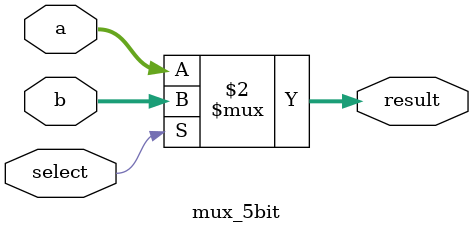
<source format=v>
module mux_32bit(input [31:0] a,input [31:0] b,input select,output [31:0] result);

    assign result=(select==1)?b:a;

endmodule

module mux_5bit(input [4:0] a,input [4:0] b,input select,output [4:0] result);

    assign result=(select==1)?b:a;

endmodule
</source>
